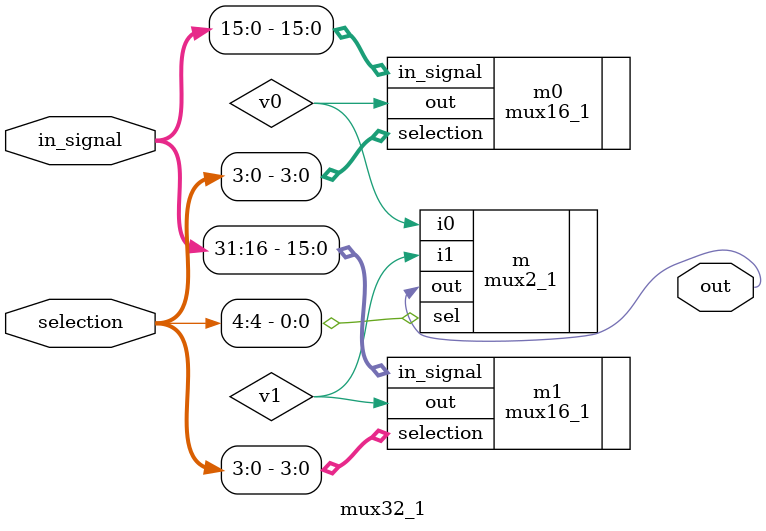
<source format=sv>
`timescale 1ns/10ps
module mux32_1(out, in_signal, selection);    
	output logic out;  
	input  logic [31:0] in_signal;
	input logic [4:0] selection;
	logic  v0, v1;   
	mux16_1 m0 (.out(v0), .in_signal(in_signal[15:0]), .selection(selection[3:0]));  
	mux16_1 m1 (.out(v1), .in_signal(in_signal[31:16]), .selection(selection[3:0]));  
	mux2_1 m   (.out(out), .i0(v0), .i1(v1), .sel(selection[4]));
endmodule

module mux32_1_testbench();     
	logic out;  
	logic [31:0] in_signal;
	logic [4:0] selection;  
	
	mux32_1 dut (.out, .in_signal, .selection);     
	
	
	integer i;   
	initial begin 
	
	end    
endmodule

</source>
